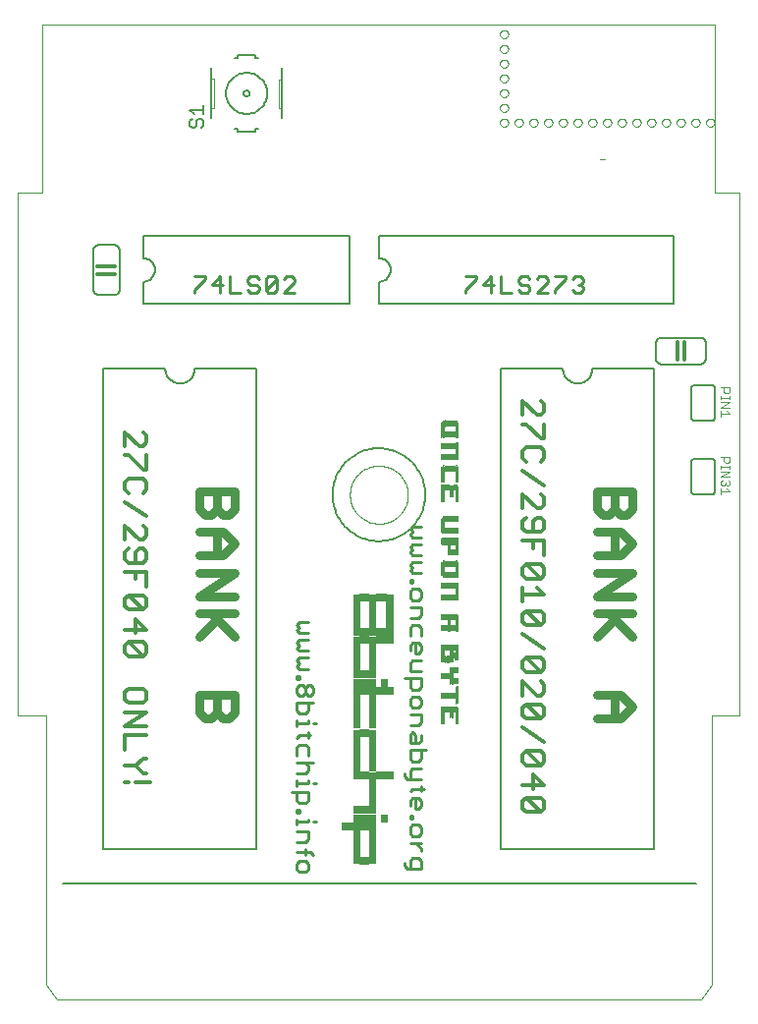
<source format=gto>
G75*
G70*
%OFA0B0*%
%FSLAX24Y24*%
%IPPOS*%
%LPD*%
%AMOC8*
5,1,8,0,0,1.08239X$1,22.5*
%
%ADD10C,0.0000*%
%ADD11C,0.0130*%
%ADD12C,0.0300*%
%ADD13C,0.0100*%
%ADD14R,0.0030X0.0510*%
%ADD15R,0.0030X0.0180*%
%ADD16R,0.0030X0.0570*%
%ADD17R,0.0030X0.0480*%
%ADD18R,0.0030X0.0450*%
%ADD19R,0.0030X0.0210*%
%ADD20R,0.0030X0.0540*%
%ADD21R,0.0030X0.0600*%
%ADD22R,0.0030X0.0240*%
%ADD23R,0.0030X0.0030*%
%ADD24R,0.0030X0.0420*%
%ADD25R,0.0030X0.0390*%
%ADD26R,0.0030X0.0330*%
%ADD27R,0.0030X0.0150*%
%ADD28R,0.0020X0.0240*%
%ADD29R,0.0020X0.1400*%
%ADD30R,0.0020X0.0260*%
%ADD31C,0.0050*%
%ADD32C,0.0060*%
%ADD33C,0.0120*%
%ADD34C,0.0040*%
%ADD35C,0.0020*%
D10*
X002232Y000500D02*
X001878Y001012D01*
X001878Y010146D01*
X000920Y010146D01*
X000920Y027862D01*
X001753Y027862D01*
X001753Y033571D01*
X024587Y033571D01*
X024587Y027862D01*
X025420Y027862D01*
X025420Y010146D01*
X024462Y010146D01*
X024462Y001012D01*
X024108Y000500D01*
X002232Y000500D01*
X012186Y017626D02*
X012188Y017688D01*
X012194Y017751D01*
X012204Y017812D01*
X012218Y017873D01*
X012235Y017933D01*
X012256Y017992D01*
X012282Y018049D01*
X012310Y018104D01*
X012342Y018158D01*
X012378Y018209D01*
X012416Y018259D01*
X012458Y018305D01*
X012502Y018349D01*
X012550Y018390D01*
X012599Y018428D01*
X012651Y018462D01*
X012705Y018493D01*
X012761Y018521D01*
X012819Y018545D01*
X012878Y018566D01*
X012938Y018582D01*
X012999Y018595D01*
X013061Y018604D01*
X013123Y018609D01*
X013186Y018610D01*
X013248Y018607D01*
X013310Y018600D01*
X013372Y018589D01*
X013432Y018574D01*
X013492Y018556D01*
X013550Y018534D01*
X013607Y018508D01*
X013662Y018478D01*
X013715Y018445D01*
X013766Y018409D01*
X013814Y018370D01*
X013860Y018327D01*
X013903Y018282D01*
X013943Y018234D01*
X013980Y018184D01*
X014014Y018131D01*
X014045Y018077D01*
X014071Y018021D01*
X014095Y017963D01*
X014114Y017903D01*
X014130Y017843D01*
X014142Y017781D01*
X014150Y017720D01*
X014154Y017657D01*
X014154Y017595D01*
X014150Y017532D01*
X014142Y017471D01*
X014130Y017409D01*
X014114Y017349D01*
X014095Y017289D01*
X014071Y017231D01*
X014045Y017175D01*
X014014Y017121D01*
X013980Y017068D01*
X013943Y017018D01*
X013903Y016970D01*
X013860Y016925D01*
X013814Y016882D01*
X013766Y016843D01*
X013715Y016807D01*
X013662Y016774D01*
X013607Y016744D01*
X013550Y016718D01*
X013492Y016696D01*
X013432Y016678D01*
X013372Y016663D01*
X013310Y016652D01*
X013248Y016645D01*
X013186Y016642D01*
X013123Y016643D01*
X013061Y016648D01*
X012999Y016657D01*
X012938Y016670D01*
X012878Y016686D01*
X012819Y016707D01*
X012761Y016731D01*
X012705Y016759D01*
X012651Y016790D01*
X012599Y016824D01*
X012550Y016862D01*
X012502Y016903D01*
X012458Y016947D01*
X012416Y016993D01*
X012378Y017043D01*
X012342Y017094D01*
X012310Y017148D01*
X012282Y017203D01*
X012256Y017260D01*
X012235Y017319D01*
X012218Y017379D01*
X012204Y017440D01*
X012194Y017501D01*
X012188Y017564D01*
X012186Y017626D01*
X020670Y029000D02*
X020673Y029003D01*
X020677Y029000D01*
X020677Y029010D01*
X020679Y029010D02*
X020683Y029010D01*
X020681Y029010D02*
X020681Y029000D01*
X020679Y029000D02*
X020683Y029000D01*
X020685Y029000D02*
X020685Y029010D01*
X020690Y029010D01*
X020692Y029008D01*
X020692Y029005D01*
X020690Y029003D01*
X020685Y029003D01*
X020689Y029003D02*
X020692Y029000D01*
X020695Y029000D02*
X020701Y029000D01*
X020704Y029000D02*
X020704Y029010D01*
X020709Y029010D01*
X020710Y029008D01*
X020710Y029005D01*
X020709Y029003D01*
X020704Y029003D01*
X020698Y029005D02*
X020695Y029005D01*
X020695Y029010D02*
X020695Y029000D01*
X020695Y029010D02*
X020701Y029010D01*
X020713Y029007D02*
X020716Y029010D01*
X020720Y029007D01*
X020720Y029000D01*
X020722Y029000D02*
X020727Y029000D01*
X020729Y029002D01*
X020729Y029008D01*
X020727Y029010D01*
X020722Y029010D01*
X020722Y029000D01*
X020720Y029005D02*
X020713Y029005D01*
X020713Y029007D02*
X020713Y029000D01*
X020731Y029002D02*
X020733Y029000D01*
X020736Y029000D01*
X020738Y029002D01*
X020738Y029003D01*
X020736Y029005D01*
X020733Y029005D01*
X020731Y029007D01*
X020731Y029008D01*
X020733Y029010D01*
X020736Y029010D01*
X020738Y029008D01*
X020741Y029010D02*
X020744Y029007D01*
X020747Y029010D01*
X020747Y029000D01*
X020750Y029000D02*
X020755Y029000D01*
X020756Y029002D01*
X020756Y029008D01*
X020755Y029010D01*
X020750Y029010D01*
X020750Y029000D01*
X020759Y029000D02*
X020766Y029007D01*
X020766Y029008D01*
X020764Y029010D01*
X020761Y029010D01*
X020759Y029008D01*
X020759Y029000D02*
X020766Y029000D01*
X020770Y029000D02*
X020772Y029000D01*
X020772Y029002D01*
X020770Y029002D01*
X020770Y029000D01*
X020772Y029000D02*
X020768Y028997D01*
X020774Y029002D02*
X020776Y029000D01*
X020779Y029000D01*
X020781Y029002D01*
X020781Y029005D01*
X020779Y029007D01*
X020778Y029007D01*
X020774Y029005D01*
X020774Y029010D01*
X020781Y029010D01*
X020784Y029005D02*
X020790Y029005D01*
X020793Y029005D02*
X020799Y029005D01*
X020802Y029005D02*
X020805Y029007D01*
X020807Y029007D01*
X020809Y029005D01*
X020809Y029002D01*
X020807Y029000D01*
X020804Y029000D01*
X020802Y029002D01*
X020802Y029005D02*
X020802Y029010D01*
X020809Y029010D01*
X020817Y029008D02*
X020819Y029010D01*
X020822Y029010D01*
X020824Y029008D01*
X020817Y029002D01*
X020819Y029000D01*
X020822Y029000D01*
X020824Y029002D01*
X020824Y029008D01*
X020827Y029007D02*
X020827Y029008D01*
X020828Y029010D01*
X020832Y029010D01*
X020833Y029008D01*
X020833Y029007D01*
X020832Y029005D01*
X020828Y029005D01*
X020827Y029007D01*
X020828Y029005D02*
X020827Y029003D01*
X020827Y029002D01*
X020828Y029000D01*
X020832Y029000D01*
X020833Y029002D01*
X020833Y029003D01*
X020832Y029005D01*
X020817Y029002D02*
X020817Y029008D01*
X020815Y029002D02*
X020813Y029002D01*
X020813Y029000D01*
X020815Y029000D01*
X020815Y029002D01*
X020815Y029000D02*
X020811Y028997D01*
X020789Y029000D02*
X020789Y029010D01*
X020784Y029005D01*
X020741Y029000D02*
X020741Y029010D01*
X020670Y029010D02*
X020670Y029000D01*
X020282Y030250D02*
X020284Y030273D01*
X020290Y030296D01*
X020300Y030317D01*
X020313Y030337D01*
X020329Y030354D01*
X020348Y030368D01*
X020369Y030378D01*
X020391Y030385D01*
X020414Y030388D01*
X020438Y030387D01*
X020460Y030382D01*
X020482Y030373D01*
X020502Y030361D01*
X020520Y030345D01*
X020534Y030327D01*
X020546Y030307D01*
X020554Y030285D01*
X020558Y030262D01*
X020558Y030238D01*
X020554Y030215D01*
X020546Y030193D01*
X020534Y030173D01*
X020520Y030155D01*
X020502Y030139D01*
X020482Y030127D01*
X020460Y030118D01*
X020438Y030113D01*
X020414Y030112D01*
X020391Y030115D01*
X020369Y030122D01*
X020348Y030132D01*
X020329Y030146D01*
X020313Y030163D01*
X020300Y030183D01*
X020290Y030204D01*
X020284Y030227D01*
X020282Y030250D01*
X019782Y030250D02*
X019784Y030273D01*
X019790Y030296D01*
X019800Y030317D01*
X019813Y030337D01*
X019829Y030354D01*
X019848Y030368D01*
X019869Y030378D01*
X019891Y030385D01*
X019914Y030388D01*
X019938Y030387D01*
X019960Y030382D01*
X019982Y030373D01*
X020002Y030361D01*
X020020Y030345D01*
X020034Y030327D01*
X020046Y030307D01*
X020054Y030285D01*
X020058Y030262D01*
X020058Y030238D01*
X020054Y030215D01*
X020046Y030193D01*
X020034Y030173D01*
X020020Y030155D01*
X020002Y030139D01*
X019982Y030127D01*
X019960Y030118D01*
X019938Y030113D01*
X019914Y030112D01*
X019891Y030115D01*
X019869Y030122D01*
X019848Y030132D01*
X019829Y030146D01*
X019813Y030163D01*
X019800Y030183D01*
X019790Y030204D01*
X019784Y030227D01*
X019782Y030250D01*
X019282Y030250D02*
X019284Y030273D01*
X019290Y030296D01*
X019300Y030317D01*
X019313Y030337D01*
X019329Y030354D01*
X019348Y030368D01*
X019369Y030378D01*
X019391Y030385D01*
X019414Y030388D01*
X019438Y030387D01*
X019460Y030382D01*
X019482Y030373D01*
X019502Y030361D01*
X019520Y030345D01*
X019534Y030327D01*
X019546Y030307D01*
X019554Y030285D01*
X019558Y030262D01*
X019558Y030238D01*
X019554Y030215D01*
X019546Y030193D01*
X019534Y030173D01*
X019520Y030155D01*
X019502Y030139D01*
X019482Y030127D01*
X019460Y030118D01*
X019438Y030113D01*
X019414Y030112D01*
X019391Y030115D01*
X019369Y030122D01*
X019348Y030132D01*
X019329Y030146D01*
X019313Y030163D01*
X019300Y030183D01*
X019290Y030204D01*
X019284Y030227D01*
X019282Y030250D01*
X018782Y030250D02*
X018784Y030273D01*
X018790Y030296D01*
X018800Y030317D01*
X018813Y030337D01*
X018829Y030354D01*
X018848Y030368D01*
X018869Y030378D01*
X018891Y030385D01*
X018914Y030388D01*
X018938Y030387D01*
X018960Y030382D01*
X018982Y030373D01*
X019002Y030361D01*
X019020Y030345D01*
X019034Y030327D01*
X019046Y030307D01*
X019054Y030285D01*
X019058Y030262D01*
X019058Y030238D01*
X019054Y030215D01*
X019046Y030193D01*
X019034Y030173D01*
X019020Y030155D01*
X019002Y030139D01*
X018982Y030127D01*
X018960Y030118D01*
X018938Y030113D01*
X018914Y030112D01*
X018891Y030115D01*
X018869Y030122D01*
X018848Y030132D01*
X018829Y030146D01*
X018813Y030163D01*
X018800Y030183D01*
X018790Y030204D01*
X018784Y030227D01*
X018782Y030250D01*
X018282Y030250D02*
X018284Y030273D01*
X018290Y030296D01*
X018300Y030317D01*
X018313Y030337D01*
X018329Y030354D01*
X018348Y030368D01*
X018369Y030378D01*
X018391Y030385D01*
X018414Y030388D01*
X018438Y030387D01*
X018460Y030382D01*
X018482Y030373D01*
X018502Y030361D01*
X018520Y030345D01*
X018534Y030327D01*
X018546Y030307D01*
X018554Y030285D01*
X018558Y030262D01*
X018558Y030238D01*
X018554Y030215D01*
X018546Y030193D01*
X018534Y030173D01*
X018520Y030155D01*
X018502Y030139D01*
X018482Y030127D01*
X018460Y030118D01*
X018438Y030113D01*
X018414Y030112D01*
X018391Y030115D01*
X018369Y030122D01*
X018348Y030132D01*
X018329Y030146D01*
X018313Y030163D01*
X018300Y030183D01*
X018290Y030204D01*
X018284Y030227D01*
X018282Y030250D01*
X017782Y030250D02*
X017784Y030273D01*
X017790Y030296D01*
X017800Y030317D01*
X017813Y030337D01*
X017829Y030354D01*
X017848Y030368D01*
X017869Y030378D01*
X017891Y030385D01*
X017914Y030388D01*
X017938Y030387D01*
X017960Y030382D01*
X017982Y030373D01*
X018002Y030361D01*
X018020Y030345D01*
X018034Y030327D01*
X018046Y030307D01*
X018054Y030285D01*
X018058Y030262D01*
X018058Y030238D01*
X018054Y030215D01*
X018046Y030193D01*
X018034Y030173D01*
X018020Y030155D01*
X018002Y030139D01*
X017982Y030127D01*
X017960Y030118D01*
X017938Y030113D01*
X017914Y030112D01*
X017891Y030115D01*
X017869Y030122D01*
X017848Y030132D01*
X017829Y030146D01*
X017813Y030163D01*
X017800Y030183D01*
X017790Y030204D01*
X017784Y030227D01*
X017782Y030250D01*
X017282Y030250D02*
X017284Y030273D01*
X017290Y030296D01*
X017300Y030317D01*
X017313Y030337D01*
X017329Y030354D01*
X017348Y030368D01*
X017369Y030378D01*
X017391Y030385D01*
X017414Y030388D01*
X017438Y030387D01*
X017460Y030382D01*
X017482Y030373D01*
X017502Y030361D01*
X017520Y030345D01*
X017534Y030327D01*
X017546Y030307D01*
X017554Y030285D01*
X017558Y030262D01*
X017558Y030238D01*
X017554Y030215D01*
X017546Y030193D01*
X017534Y030173D01*
X017520Y030155D01*
X017502Y030139D01*
X017482Y030127D01*
X017460Y030118D01*
X017438Y030113D01*
X017414Y030112D01*
X017391Y030115D01*
X017369Y030122D01*
X017348Y030132D01*
X017329Y030146D01*
X017313Y030163D01*
X017300Y030183D01*
X017290Y030204D01*
X017284Y030227D01*
X017282Y030250D01*
X017282Y030750D02*
X017284Y030773D01*
X017290Y030796D01*
X017300Y030817D01*
X017313Y030837D01*
X017329Y030854D01*
X017348Y030868D01*
X017369Y030878D01*
X017391Y030885D01*
X017414Y030888D01*
X017438Y030887D01*
X017460Y030882D01*
X017482Y030873D01*
X017502Y030861D01*
X017520Y030845D01*
X017534Y030827D01*
X017546Y030807D01*
X017554Y030785D01*
X017558Y030762D01*
X017558Y030738D01*
X017554Y030715D01*
X017546Y030693D01*
X017534Y030673D01*
X017520Y030655D01*
X017502Y030639D01*
X017482Y030627D01*
X017460Y030618D01*
X017438Y030613D01*
X017414Y030612D01*
X017391Y030615D01*
X017369Y030622D01*
X017348Y030632D01*
X017329Y030646D01*
X017313Y030663D01*
X017300Y030683D01*
X017290Y030704D01*
X017284Y030727D01*
X017282Y030750D01*
X017282Y031250D02*
X017284Y031273D01*
X017290Y031296D01*
X017300Y031317D01*
X017313Y031337D01*
X017329Y031354D01*
X017348Y031368D01*
X017369Y031378D01*
X017391Y031385D01*
X017414Y031388D01*
X017438Y031387D01*
X017460Y031382D01*
X017482Y031373D01*
X017502Y031361D01*
X017520Y031345D01*
X017534Y031327D01*
X017546Y031307D01*
X017554Y031285D01*
X017558Y031262D01*
X017558Y031238D01*
X017554Y031215D01*
X017546Y031193D01*
X017534Y031173D01*
X017520Y031155D01*
X017502Y031139D01*
X017482Y031127D01*
X017460Y031118D01*
X017438Y031113D01*
X017414Y031112D01*
X017391Y031115D01*
X017369Y031122D01*
X017348Y031132D01*
X017329Y031146D01*
X017313Y031163D01*
X017300Y031183D01*
X017290Y031204D01*
X017284Y031227D01*
X017282Y031250D01*
X017282Y031750D02*
X017284Y031773D01*
X017290Y031796D01*
X017300Y031817D01*
X017313Y031837D01*
X017329Y031854D01*
X017348Y031868D01*
X017369Y031878D01*
X017391Y031885D01*
X017414Y031888D01*
X017438Y031887D01*
X017460Y031882D01*
X017482Y031873D01*
X017502Y031861D01*
X017520Y031845D01*
X017534Y031827D01*
X017546Y031807D01*
X017554Y031785D01*
X017558Y031762D01*
X017558Y031738D01*
X017554Y031715D01*
X017546Y031693D01*
X017534Y031673D01*
X017520Y031655D01*
X017502Y031639D01*
X017482Y031627D01*
X017460Y031618D01*
X017438Y031613D01*
X017414Y031612D01*
X017391Y031615D01*
X017369Y031622D01*
X017348Y031632D01*
X017329Y031646D01*
X017313Y031663D01*
X017300Y031683D01*
X017290Y031704D01*
X017284Y031727D01*
X017282Y031750D01*
X017282Y032250D02*
X017284Y032273D01*
X017290Y032296D01*
X017300Y032317D01*
X017313Y032337D01*
X017329Y032354D01*
X017348Y032368D01*
X017369Y032378D01*
X017391Y032385D01*
X017414Y032388D01*
X017438Y032387D01*
X017460Y032382D01*
X017482Y032373D01*
X017502Y032361D01*
X017520Y032345D01*
X017534Y032327D01*
X017546Y032307D01*
X017554Y032285D01*
X017558Y032262D01*
X017558Y032238D01*
X017554Y032215D01*
X017546Y032193D01*
X017534Y032173D01*
X017520Y032155D01*
X017502Y032139D01*
X017482Y032127D01*
X017460Y032118D01*
X017438Y032113D01*
X017414Y032112D01*
X017391Y032115D01*
X017369Y032122D01*
X017348Y032132D01*
X017329Y032146D01*
X017313Y032163D01*
X017300Y032183D01*
X017290Y032204D01*
X017284Y032227D01*
X017282Y032250D01*
X017282Y032750D02*
X017284Y032773D01*
X017290Y032796D01*
X017300Y032817D01*
X017313Y032837D01*
X017329Y032854D01*
X017348Y032868D01*
X017369Y032878D01*
X017391Y032885D01*
X017414Y032888D01*
X017438Y032887D01*
X017460Y032882D01*
X017482Y032873D01*
X017502Y032861D01*
X017520Y032845D01*
X017534Y032827D01*
X017546Y032807D01*
X017554Y032785D01*
X017558Y032762D01*
X017558Y032738D01*
X017554Y032715D01*
X017546Y032693D01*
X017534Y032673D01*
X017520Y032655D01*
X017502Y032639D01*
X017482Y032627D01*
X017460Y032618D01*
X017438Y032613D01*
X017414Y032612D01*
X017391Y032615D01*
X017369Y032622D01*
X017348Y032632D01*
X017329Y032646D01*
X017313Y032663D01*
X017300Y032683D01*
X017290Y032704D01*
X017284Y032727D01*
X017282Y032750D01*
X017282Y033250D02*
X017284Y033273D01*
X017290Y033296D01*
X017300Y033317D01*
X017313Y033337D01*
X017329Y033354D01*
X017348Y033368D01*
X017369Y033378D01*
X017391Y033385D01*
X017414Y033388D01*
X017438Y033387D01*
X017460Y033382D01*
X017482Y033373D01*
X017502Y033361D01*
X017520Y033345D01*
X017534Y033327D01*
X017546Y033307D01*
X017554Y033285D01*
X017558Y033262D01*
X017558Y033238D01*
X017554Y033215D01*
X017546Y033193D01*
X017534Y033173D01*
X017520Y033155D01*
X017502Y033139D01*
X017482Y033127D01*
X017460Y033118D01*
X017438Y033113D01*
X017414Y033112D01*
X017391Y033115D01*
X017369Y033122D01*
X017348Y033132D01*
X017329Y033146D01*
X017313Y033163D01*
X017300Y033183D01*
X017290Y033204D01*
X017284Y033227D01*
X017282Y033250D01*
X020782Y030250D02*
X020784Y030273D01*
X020790Y030296D01*
X020800Y030317D01*
X020813Y030337D01*
X020829Y030354D01*
X020848Y030368D01*
X020869Y030378D01*
X020891Y030385D01*
X020914Y030388D01*
X020938Y030387D01*
X020960Y030382D01*
X020982Y030373D01*
X021002Y030361D01*
X021020Y030345D01*
X021034Y030327D01*
X021046Y030307D01*
X021054Y030285D01*
X021058Y030262D01*
X021058Y030238D01*
X021054Y030215D01*
X021046Y030193D01*
X021034Y030173D01*
X021020Y030155D01*
X021002Y030139D01*
X020982Y030127D01*
X020960Y030118D01*
X020938Y030113D01*
X020914Y030112D01*
X020891Y030115D01*
X020869Y030122D01*
X020848Y030132D01*
X020829Y030146D01*
X020813Y030163D01*
X020800Y030183D01*
X020790Y030204D01*
X020784Y030227D01*
X020782Y030250D01*
X021282Y030250D02*
X021284Y030273D01*
X021290Y030296D01*
X021300Y030317D01*
X021313Y030337D01*
X021329Y030354D01*
X021348Y030368D01*
X021369Y030378D01*
X021391Y030385D01*
X021414Y030388D01*
X021438Y030387D01*
X021460Y030382D01*
X021482Y030373D01*
X021502Y030361D01*
X021520Y030345D01*
X021534Y030327D01*
X021546Y030307D01*
X021554Y030285D01*
X021558Y030262D01*
X021558Y030238D01*
X021554Y030215D01*
X021546Y030193D01*
X021534Y030173D01*
X021520Y030155D01*
X021502Y030139D01*
X021482Y030127D01*
X021460Y030118D01*
X021438Y030113D01*
X021414Y030112D01*
X021391Y030115D01*
X021369Y030122D01*
X021348Y030132D01*
X021329Y030146D01*
X021313Y030163D01*
X021300Y030183D01*
X021290Y030204D01*
X021284Y030227D01*
X021282Y030250D01*
X021782Y030250D02*
X021784Y030273D01*
X021790Y030296D01*
X021800Y030317D01*
X021813Y030337D01*
X021829Y030354D01*
X021848Y030368D01*
X021869Y030378D01*
X021891Y030385D01*
X021914Y030388D01*
X021938Y030387D01*
X021960Y030382D01*
X021982Y030373D01*
X022002Y030361D01*
X022020Y030345D01*
X022034Y030327D01*
X022046Y030307D01*
X022054Y030285D01*
X022058Y030262D01*
X022058Y030238D01*
X022054Y030215D01*
X022046Y030193D01*
X022034Y030173D01*
X022020Y030155D01*
X022002Y030139D01*
X021982Y030127D01*
X021960Y030118D01*
X021938Y030113D01*
X021914Y030112D01*
X021891Y030115D01*
X021869Y030122D01*
X021848Y030132D01*
X021829Y030146D01*
X021813Y030163D01*
X021800Y030183D01*
X021790Y030204D01*
X021784Y030227D01*
X021782Y030250D01*
X022282Y030250D02*
X022284Y030273D01*
X022290Y030296D01*
X022300Y030317D01*
X022313Y030337D01*
X022329Y030354D01*
X022348Y030368D01*
X022369Y030378D01*
X022391Y030385D01*
X022414Y030388D01*
X022438Y030387D01*
X022460Y030382D01*
X022482Y030373D01*
X022502Y030361D01*
X022520Y030345D01*
X022534Y030327D01*
X022546Y030307D01*
X022554Y030285D01*
X022558Y030262D01*
X022558Y030238D01*
X022554Y030215D01*
X022546Y030193D01*
X022534Y030173D01*
X022520Y030155D01*
X022502Y030139D01*
X022482Y030127D01*
X022460Y030118D01*
X022438Y030113D01*
X022414Y030112D01*
X022391Y030115D01*
X022369Y030122D01*
X022348Y030132D01*
X022329Y030146D01*
X022313Y030163D01*
X022300Y030183D01*
X022290Y030204D01*
X022284Y030227D01*
X022282Y030250D01*
X022782Y030250D02*
X022784Y030273D01*
X022790Y030296D01*
X022800Y030317D01*
X022813Y030337D01*
X022829Y030354D01*
X022848Y030368D01*
X022869Y030378D01*
X022891Y030385D01*
X022914Y030388D01*
X022938Y030387D01*
X022960Y030382D01*
X022982Y030373D01*
X023002Y030361D01*
X023020Y030345D01*
X023034Y030327D01*
X023046Y030307D01*
X023054Y030285D01*
X023058Y030262D01*
X023058Y030238D01*
X023054Y030215D01*
X023046Y030193D01*
X023034Y030173D01*
X023020Y030155D01*
X023002Y030139D01*
X022982Y030127D01*
X022960Y030118D01*
X022938Y030113D01*
X022914Y030112D01*
X022891Y030115D01*
X022869Y030122D01*
X022848Y030132D01*
X022829Y030146D01*
X022813Y030163D01*
X022800Y030183D01*
X022790Y030204D01*
X022784Y030227D01*
X022782Y030250D01*
X023282Y030250D02*
X023284Y030273D01*
X023290Y030296D01*
X023300Y030317D01*
X023313Y030337D01*
X023329Y030354D01*
X023348Y030368D01*
X023369Y030378D01*
X023391Y030385D01*
X023414Y030388D01*
X023438Y030387D01*
X023460Y030382D01*
X023482Y030373D01*
X023502Y030361D01*
X023520Y030345D01*
X023534Y030327D01*
X023546Y030307D01*
X023554Y030285D01*
X023558Y030262D01*
X023558Y030238D01*
X023554Y030215D01*
X023546Y030193D01*
X023534Y030173D01*
X023520Y030155D01*
X023502Y030139D01*
X023482Y030127D01*
X023460Y030118D01*
X023438Y030113D01*
X023414Y030112D01*
X023391Y030115D01*
X023369Y030122D01*
X023348Y030132D01*
X023329Y030146D01*
X023313Y030163D01*
X023300Y030183D01*
X023290Y030204D01*
X023284Y030227D01*
X023282Y030250D01*
X023782Y030250D02*
X023784Y030273D01*
X023790Y030296D01*
X023800Y030317D01*
X023813Y030337D01*
X023829Y030354D01*
X023848Y030368D01*
X023869Y030378D01*
X023891Y030385D01*
X023914Y030388D01*
X023938Y030387D01*
X023960Y030382D01*
X023982Y030373D01*
X024002Y030361D01*
X024020Y030345D01*
X024034Y030327D01*
X024046Y030307D01*
X024054Y030285D01*
X024058Y030262D01*
X024058Y030238D01*
X024054Y030215D01*
X024046Y030193D01*
X024034Y030173D01*
X024020Y030155D01*
X024002Y030139D01*
X023982Y030127D01*
X023960Y030118D01*
X023938Y030113D01*
X023914Y030112D01*
X023891Y030115D01*
X023869Y030122D01*
X023848Y030132D01*
X023829Y030146D01*
X023813Y030163D01*
X023800Y030183D01*
X023790Y030204D01*
X023784Y030227D01*
X023782Y030250D01*
X024282Y030250D02*
X024284Y030273D01*
X024290Y030296D01*
X024300Y030317D01*
X024313Y030337D01*
X024329Y030354D01*
X024348Y030368D01*
X024369Y030378D01*
X024391Y030385D01*
X024414Y030388D01*
X024438Y030387D01*
X024460Y030382D01*
X024482Y030373D01*
X024502Y030361D01*
X024520Y030345D01*
X024534Y030327D01*
X024546Y030307D01*
X024554Y030285D01*
X024558Y030262D01*
X024558Y030238D01*
X024554Y030215D01*
X024546Y030193D01*
X024534Y030173D01*
X024520Y030155D01*
X024502Y030139D01*
X024482Y030127D01*
X024460Y030118D01*
X024438Y030113D01*
X024414Y030112D01*
X024391Y030115D01*
X024369Y030122D01*
X024348Y030132D01*
X024329Y030146D01*
X024313Y030163D01*
X024300Y030183D01*
X024290Y030204D01*
X024284Y030227D01*
X024282Y030250D01*
D11*
X018664Y020812D02*
X018786Y020690D01*
X018786Y020447D01*
X018664Y020325D01*
X018542Y020325D01*
X018055Y020812D01*
X018055Y020325D01*
X018055Y020020D02*
X018177Y020020D01*
X018664Y019533D01*
X018786Y019533D01*
X018786Y020020D01*
X018664Y019228D02*
X018177Y019228D01*
X018055Y019106D01*
X018055Y018863D01*
X018177Y018741D01*
X018055Y018436D02*
X018786Y017949D01*
X018664Y017644D02*
X018786Y017523D01*
X018786Y017279D01*
X018664Y017157D01*
X018542Y017157D01*
X018055Y017644D01*
X018055Y017157D01*
X018177Y016853D02*
X018055Y016731D01*
X018055Y016487D01*
X018177Y016365D01*
X018664Y016365D01*
X018786Y016487D01*
X018786Y016731D01*
X018664Y016853D01*
X018542Y016853D01*
X018420Y016731D01*
X018420Y016365D01*
X018420Y016061D02*
X018420Y015817D01*
X018055Y016061D02*
X018786Y016061D01*
X018786Y015574D01*
X018664Y015269D02*
X018786Y015147D01*
X018786Y014903D01*
X018664Y014782D01*
X018177Y015269D01*
X018055Y015147D01*
X018055Y014903D01*
X018177Y014782D01*
X018664Y014782D01*
X018542Y014477D02*
X018786Y014233D01*
X018055Y014233D01*
X018055Y013990D02*
X018055Y014477D01*
X018177Y015269D02*
X018664Y015269D01*
X018664Y013685D02*
X018177Y013685D01*
X018664Y013198D01*
X018177Y013198D01*
X018055Y013320D01*
X018055Y013563D01*
X018177Y013685D01*
X018664Y013685D02*
X018786Y013563D01*
X018786Y013320D01*
X018664Y013198D01*
X018055Y012893D02*
X018786Y012406D01*
X018664Y012101D02*
X018786Y011979D01*
X018786Y011736D01*
X018664Y011614D01*
X018177Y012101D01*
X018055Y011979D01*
X018055Y011736D01*
X018177Y011614D01*
X018664Y011614D01*
X018664Y011309D02*
X018786Y011188D01*
X018786Y010944D01*
X018664Y010822D01*
X018542Y010822D01*
X018055Y011309D01*
X018055Y010822D01*
X018177Y010518D02*
X018055Y010396D01*
X018055Y010152D01*
X018177Y010030D01*
X018664Y010030D01*
X018177Y010518D01*
X018664Y010518D01*
X018786Y010396D01*
X018786Y010152D01*
X018664Y010030D01*
X018055Y009726D02*
X018786Y009239D01*
X018664Y008934D02*
X018786Y008812D01*
X018786Y008568D01*
X018664Y008447D01*
X018177Y008934D01*
X018055Y008812D01*
X018055Y008568D01*
X018177Y008447D01*
X018664Y008447D01*
X018420Y008142D02*
X018420Y007655D01*
X018055Y007777D02*
X018786Y007777D01*
X018420Y008142D01*
X018177Y008934D02*
X018664Y008934D01*
X018664Y007350D02*
X018177Y007350D01*
X018664Y006863D01*
X018177Y006863D01*
X018055Y006985D01*
X018055Y007228D01*
X018177Y007350D01*
X018664Y007350D02*
X018786Y007228D01*
X018786Y006985D01*
X018664Y006863D01*
X018664Y012101D02*
X018177Y012101D01*
X018664Y018741D02*
X018786Y018863D01*
X018786Y019106D01*
X018664Y019228D01*
X005286Y019391D02*
X005286Y019634D01*
X005164Y019756D01*
X005286Y019391D02*
X005164Y019269D01*
X005042Y019269D01*
X004555Y019756D01*
X004555Y019269D01*
X004555Y018964D02*
X004677Y018964D01*
X005164Y018477D01*
X005286Y018477D01*
X005286Y018964D01*
X005164Y018172D02*
X004677Y018172D01*
X004555Y018051D01*
X004555Y017807D01*
X004677Y017685D01*
X004555Y017380D02*
X005286Y016893D01*
X005164Y016589D02*
X005286Y016467D01*
X005286Y016223D01*
X005164Y016101D01*
X005042Y016101D01*
X004555Y016589D01*
X004555Y016101D01*
X004677Y015797D02*
X004555Y015675D01*
X004555Y015431D01*
X004677Y015310D01*
X005164Y015310D01*
X005286Y015431D01*
X005286Y015675D01*
X005164Y015797D01*
X005042Y015797D01*
X004920Y015675D01*
X004920Y015310D01*
X004920Y015005D02*
X004920Y014761D01*
X004555Y015005D02*
X005286Y015005D01*
X005286Y014518D01*
X005164Y014213D02*
X005286Y014091D01*
X005286Y013848D01*
X005164Y013726D01*
X004677Y014213D01*
X004555Y014091D01*
X004555Y013848D01*
X004677Y013726D01*
X005164Y013726D01*
X004920Y013421D02*
X004920Y012934D01*
X004555Y013056D02*
X005286Y013056D01*
X004920Y013421D01*
X004677Y012629D02*
X005164Y012142D01*
X004677Y012142D01*
X004555Y012264D01*
X004555Y012507D01*
X004677Y012629D01*
X005164Y012629D01*
X005286Y012507D01*
X005286Y012264D01*
X005164Y012142D01*
X005164Y011045D02*
X004677Y011045D01*
X004555Y010924D01*
X004555Y010680D01*
X004677Y010558D01*
X005164Y010558D01*
X005286Y010680D01*
X005286Y010924D01*
X005164Y011045D01*
X005286Y010254D02*
X004555Y009766D01*
X005286Y009766D01*
X005286Y009462D02*
X004555Y009462D01*
X004555Y008975D01*
X004555Y008426D02*
X004920Y008426D01*
X005164Y008183D01*
X005286Y008183D01*
X005407Y007878D02*
X004920Y007878D01*
X004677Y007878D02*
X004555Y007878D01*
X004920Y008426D02*
X005164Y008670D01*
X005286Y008670D01*
X005286Y010254D02*
X004555Y010254D01*
X004677Y014213D02*
X005164Y014213D01*
X005164Y017685D02*
X005286Y017807D01*
X005286Y018051D01*
X005164Y018172D01*
D12*
X007070Y017744D02*
X007070Y017143D01*
X007270Y016943D01*
X007470Y016943D01*
X007671Y017143D01*
X007671Y017744D01*
X007671Y017143D02*
X007871Y016943D01*
X008071Y016943D01*
X008271Y017143D01*
X008271Y017744D01*
X007070Y017744D01*
X007070Y016362D02*
X007871Y016362D01*
X008271Y015962D01*
X007871Y015562D01*
X007070Y015562D01*
X007070Y014981D02*
X008271Y014981D01*
X007070Y014180D01*
X008271Y014180D01*
X008271Y013600D02*
X007070Y013600D01*
X007470Y013600D02*
X008271Y012799D01*
X007671Y013400D02*
X007070Y012799D01*
X007070Y010838D02*
X007070Y010237D01*
X007270Y010037D01*
X007470Y010037D01*
X007671Y010237D01*
X007671Y010838D01*
X008271Y010838D02*
X008271Y010237D01*
X008071Y010037D01*
X007871Y010037D01*
X007671Y010237D01*
X007070Y010838D02*
X008271Y010838D01*
X007671Y015562D02*
X007671Y016362D01*
X020570Y016362D02*
X021371Y016362D01*
X021771Y015962D01*
X021371Y015562D01*
X020570Y015562D01*
X020570Y014981D02*
X021771Y014981D01*
X020570Y014180D01*
X021771Y014180D01*
X021771Y013600D02*
X020570Y013600D01*
X020970Y013600D02*
X021771Y012799D01*
X021171Y013400D02*
X020570Y012799D01*
X020570Y010838D02*
X021371Y010838D01*
X021771Y010437D01*
X021371Y010037D01*
X020570Y010037D01*
X021171Y010037D02*
X021171Y010838D01*
X021171Y015562D02*
X021171Y016362D01*
X021371Y016943D02*
X021171Y017143D01*
X021171Y017744D01*
X021171Y017143D02*
X020970Y016943D01*
X020770Y016943D01*
X020570Y017143D01*
X020570Y017744D01*
X021771Y017744D01*
X021771Y017143D01*
X021571Y016943D01*
X021371Y016943D01*
D13*
X020020Y024470D02*
X019833Y024470D01*
X019739Y024563D01*
X019926Y024750D02*
X020020Y024750D01*
X020113Y024657D01*
X020113Y024563D01*
X020020Y024470D01*
X020020Y024750D02*
X020113Y024844D01*
X020113Y024937D01*
X020020Y025030D01*
X019833Y025030D01*
X019739Y024937D01*
X019505Y024937D02*
X019132Y024563D01*
X019132Y024470D01*
X018898Y024470D02*
X018524Y024470D01*
X018898Y024844D01*
X018898Y024937D01*
X018804Y025030D01*
X018617Y025030D01*
X018524Y024937D01*
X018290Y024937D02*
X018196Y025030D01*
X018010Y025030D01*
X017916Y024937D01*
X017916Y024844D01*
X018010Y024750D01*
X018196Y024750D01*
X018290Y024657D01*
X018290Y024563D01*
X018196Y024470D01*
X018010Y024470D01*
X017916Y024563D01*
X017682Y024470D02*
X017308Y024470D01*
X017308Y025030D01*
X016981Y025030D02*
X016981Y024470D01*
X017074Y024750D02*
X016701Y024750D01*
X016981Y025030D01*
X016467Y025030D02*
X016467Y024937D01*
X016093Y024563D01*
X016093Y024470D01*
X016093Y025030D02*
X016467Y025030D01*
X019132Y025030D02*
X019505Y025030D01*
X019505Y024937D01*
X014604Y016555D02*
X014323Y016555D01*
X014230Y016462D01*
X014323Y016368D01*
X014230Y016275D01*
X014323Y016182D01*
X014604Y016182D01*
X014604Y015948D02*
X014323Y015948D01*
X014230Y015854D01*
X014323Y015761D01*
X014230Y015667D01*
X014323Y015574D01*
X014604Y015574D01*
X014604Y015340D02*
X014323Y015340D01*
X014230Y015246D01*
X014323Y015153D01*
X014230Y015060D01*
X014323Y014966D01*
X014604Y014966D01*
X014323Y014732D02*
X014323Y014639D01*
X014230Y014639D01*
X014230Y014732D01*
X014323Y014732D01*
X014323Y014428D02*
X014230Y014335D01*
X014230Y014148D01*
X014323Y014055D01*
X014510Y014055D01*
X014604Y014148D01*
X014604Y014335D01*
X014510Y014428D01*
X014323Y014428D01*
X014230Y013821D02*
X014604Y013821D01*
X014604Y013540D01*
X014510Y013447D01*
X014230Y013447D01*
X014323Y013213D02*
X014230Y013119D01*
X014230Y012839D01*
X014323Y012605D02*
X014510Y012605D01*
X014604Y012512D01*
X014604Y012325D01*
X014510Y012231D01*
X014417Y012231D01*
X014417Y012605D01*
X014323Y012605D02*
X014230Y012512D01*
X014230Y012325D01*
X014323Y011997D02*
X014230Y011904D01*
X014230Y011624D01*
X014604Y011624D01*
X014604Y011390D02*
X014604Y011109D01*
X014510Y011016D01*
X014323Y011016D01*
X014230Y011109D01*
X014230Y011390D01*
X014043Y011390D02*
X014604Y011390D01*
X014604Y011997D02*
X014323Y011997D01*
X014604Y012839D02*
X014604Y013119D01*
X014510Y013213D01*
X014323Y013213D01*
X014323Y010782D02*
X014230Y010689D01*
X014230Y010502D01*
X014323Y010408D01*
X014510Y010408D01*
X014604Y010502D01*
X014604Y010689D01*
X014510Y010782D01*
X014323Y010782D01*
X014230Y010174D02*
X014604Y010174D01*
X014604Y009894D01*
X014510Y009801D01*
X014230Y009801D01*
X014323Y009566D02*
X014417Y009473D01*
X014417Y009193D01*
X014510Y009193D02*
X014230Y009193D01*
X014230Y009473D01*
X014323Y009566D01*
X014604Y009473D02*
X014604Y009286D01*
X014510Y009193D01*
X014604Y008959D02*
X014604Y008679D01*
X014510Y008585D01*
X014323Y008585D01*
X014230Y008679D01*
X014230Y008959D01*
X014790Y008959D01*
X014604Y008351D02*
X014323Y008351D01*
X014230Y008258D01*
X014230Y007977D01*
X014137Y007977D02*
X014043Y008071D01*
X014043Y008164D01*
X014137Y007977D02*
X014604Y007977D01*
X014604Y007743D02*
X014604Y007557D01*
X014697Y007650D02*
X014323Y007650D01*
X014230Y007557D01*
X014323Y007338D02*
X014510Y007338D01*
X014604Y007245D01*
X014604Y007058D01*
X014510Y006965D01*
X014417Y006965D01*
X014417Y007338D01*
X014323Y007338D02*
X014230Y007245D01*
X014230Y007058D01*
X014230Y006730D02*
X014230Y006637D01*
X014323Y006637D01*
X014323Y006730D01*
X014230Y006730D01*
X014323Y006427D02*
X014230Y006333D01*
X014230Y006146D01*
X014323Y006053D01*
X014510Y006053D01*
X014604Y006146D01*
X014604Y006333D01*
X014510Y006427D01*
X014323Y006427D01*
X014230Y005819D02*
X014604Y005819D01*
X014604Y005632D02*
X014604Y005539D01*
X014604Y005632D02*
X014417Y005819D01*
X014510Y005312D02*
X014323Y005312D01*
X014230Y005219D01*
X014230Y004939D01*
X014137Y004939D02*
X014604Y004939D01*
X014604Y005219D01*
X014510Y005312D01*
X014137Y004939D02*
X014043Y005032D01*
X014043Y005126D01*
X010950Y005421D02*
X010857Y005514D01*
X010390Y005514D01*
X010670Y005608D02*
X010670Y005421D01*
X010670Y005202D02*
X010483Y005202D01*
X010390Y005109D01*
X010390Y004922D01*
X010483Y004829D01*
X010670Y004829D01*
X010764Y004922D01*
X010764Y005109D01*
X010670Y005202D01*
X010670Y005842D02*
X010390Y005842D01*
X010670Y005842D02*
X010764Y005935D01*
X010764Y006215D01*
X010390Y006215D01*
X010390Y006434D02*
X010390Y006620D01*
X010390Y006527D02*
X010764Y006527D01*
X010764Y006620D01*
X010950Y006527D02*
X011044Y006527D01*
X010483Y006831D02*
X010390Y006831D01*
X010390Y006924D01*
X010483Y006924D01*
X010483Y006831D01*
X010483Y007158D02*
X010390Y007252D01*
X010390Y007532D01*
X010203Y007532D02*
X010764Y007532D01*
X010764Y007252D01*
X010670Y007158D01*
X010483Y007158D01*
X010390Y007750D02*
X010390Y007937D01*
X010390Y007844D02*
X010764Y007844D01*
X010764Y007937D01*
X010950Y007844D02*
X011044Y007844D01*
X010670Y008171D02*
X010390Y008171D01*
X010670Y008171D02*
X010764Y008265D01*
X010764Y008451D01*
X010670Y008545D01*
X010764Y008779D02*
X010764Y009059D01*
X010670Y009153D01*
X010483Y009153D01*
X010390Y009059D01*
X010390Y008779D01*
X010390Y008545D02*
X010950Y008545D01*
X010764Y009371D02*
X010764Y009558D01*
X010857Y009464D02*
X010483Y009464D01*
X010390Y009371D01*
X010390Y009776D02*
X010390Y009963D01*
X010390Y009869D02*
X010764Y009869D01*
X010764Y009963D01*
X010950Y009869D02*
X011044Y009869D01*
X010670Y010197D02*
X010764Y010290D01*
X010764Y010571D01*
X010950Y010571D02*
X010390Y010571D01*
X010390Y010290D01*
X010483Y010197D01*
X010670Y010197D01*
X010577Y010805D02*
X010483Y010805D01*
X010390Y010898D01*
X010390Y011085D01*
X010483Y011178D01*
X010577Y011178D01*
X010670Y011085D01*
X010670Y010898D01*
X010577Y010805D01*
X010670Y010898D02*
X010764Y010805D01*
X010857Y010805D01*
X010950Y010898D01*
X010950Y011085D01*
X010857Y011178D01*
X010764Y011178D01*
X010670Y011085D01*
X010483Y011389D02*
X010390Y011389D01*
X010390Y011482D01*
X010483Y011482D01*
X010483Y011389D01*
X010483Y011716D02*
X010764Y011716D01*
X010483Y011716D02*
X010390Y011810D01*
X010483Y011903D01*
X010390Y011996D01*
X010483Y012090D01*
X010764Y012090D01*
X010764Y012324D02*
X010483Y012324D01*
X010390Y012417D01*
X010483Y012511D01*
X010390Y012604D01*
X010483Y012698D01*
X010764Y012698D01*
X010764Y012932D02*
X010483Y012932D01*
X010390Y013025D01*
X010483Y013118D01*
X010390Y013212D01*
X010483Y013305D01*
X010764Y013305D01*
X010309Y024470D02*
X009935Y024470D01*
X010309Y024844D01*
X010309Y024937D01*
X010216Y025030D01*
X010029Y025030D01*
X009935Y024937D01*
X009701Y024937D02*
X009701Y024563D01*
X009608Y024470D01*
X009421Y024470D01*
X009328Y024563D01*
X009701Y024937D01*
X009608Y025030D01*
X009421Y025030D01*
X009328Y024937D01*
X009328Y024563D01*
X009094Y024563D02*
X009000Y024470D01*
X008813Y024470D01*
X008720Y024563D01*
X008813Y024750D02*
X009000Y024750D01*
X009094Y024657D01*
X009094Y024563D01*
X008813Y024750D02*
X008720Y024844D01*
X008720Y024937D01*
X008813Y025030D01*
X009000Y025030D01*
X009094Y024937D01*
X008486Y024470D02*
X008112Y024470D01*
X008112Y025030D01*
X007785Y025030D02*
X007785Y024470D01*
X007878Y024750D02*
X007505Y024750D01*
X007785Y025030D01*
X007270Y025030D02*
X007270Y024937D01*
X006897Y024563D01*
X006897Y024470D01*
X006897Y025030D02*
X007270Y025030D01*
D14*
X015320Y019810D03*
X015860Y019810D03*
X015890Y019810D03*
X015320Y018310D03*
X015350Y016570D03*
X015860Y015070D03*
X015890Y015070D03*
X015890Y012280D03*
X015860Y012280D03*
X015830Y012280D03*
X015800Y012280D03*
X015890Y010120D03*
D15*
X015320Y011485D03*
X015320Y013105D03*
X015320Y016045D03*
X015320Y018895D03*
X015320Y019285D03*
D16*
X015380Y019840D03*
X015800Y019090D03*
X015830Y019090D03*
X015860Y019090D03*
X015890Y019090D03*
X015320Y017680D03*
X015380Y016600D03*
X015380Y015100D03*
X015410Y015100D03*
X015800Y015100D03*
X015830Y015100D03*
X015320Y012250D03*
X015800Y010810D03*
X015800Y010150D03*
X015830Y010150D03*
X015410Y010150D03*
X015380Y010150D03*
X015350Y010150D03*
X015320Y010150D03*
D17*
X015860Y013225D03*
X015320Y016585D03*
D18*
X015320Y015100D03*
X015350Y015100D03*
X015860Y010090D03*
D19*
X015770Y010330D03*
X015740Y010330D03*
X015590Y010330D03*
X015560Y010330D03*
X015530Y010330D03*
X015500Y010330D03*
X015470Y010330D03*
X015440Y010330D03*
X015440Y010810D03*
X015410Y010810D03*
X015380Y010810D03*
X015350Y010810D03*
X015320Y010810D03*
X015470Y010810D03*
X015500Y010810D03*
X015530Y010810D03*
X015560Y010810D03*
X015590Y010810D03*
X015620Y010810D03*
X015650Y010810D03*
X015680Y010810D03*
X015710Y010810D03*
X015740Y010810D03*
X015770Y010810D03*
X015770Y011290D03*
X015800Y011290D03*
X015830Y011290D03*
X015890Y011290D03*
X015740Y011290D03*
X015590Y011470D03*
X015560Y011470D03*
X015530Y011470D03*
X015500Y011470D03*
X015470Y011470D03*
X015440Y011470D03*
X015410Y011470D03*
X015380Y011470D03*
X015350Y011470D03*
X015740Y011680D03*
X015770Y011680D03*
X015800Y011680D03*
X015830Y011680D03*
X015860Y011680D03*
X015890Y011680D03*
X015590Y012040D03*
X015470Y012040D03*
X015740Y012160D03*
X015740Y012430D03*
X015770Y012430D03*
X015590Y012430D03*
X015560Y012430D03*
X015530Y012430D03*
X015500Y012430D03*
X015470Y012430D03*
X015440Y012430D03*
X015440Y013090D03*
X015410Y013090D03*
X015380Y013090D03*
X015350Y013090D03*
X015470Y013090D03*
X015500Y013090D03*
X015650Y013090D03*
X015680Y013090D03*
X015710Y013090D03*
X015740Y013090D03*
X015770Y013090D03*
X015770Y013480D03*
X015740Y013480D03*
X015710Y013480D03*
X015680Y013480D03*
X015650Y013480D03*
X015500Y013480D03*
X015470Y013480D03*
X015440Y013480D03*
X015410Y013480D03*
X015380Y013480D03*
X015350Y013480D03*
X015320Y013480D03*
X015320Y014140D03*
X015350Y014140D03*
X015380Y014140D03*
X015410Y014140D03*
X015440Y014140D03*
X015470Y014140D03*
X015500Y014140D03*
X015530Y014140D03*
X015560Y014140D03*
X015590Y014140D03*
X015620Y014140D03*
X015650Y014140D03*
X015680Y014140D03*
X015710Y014140D03*
X015740Y014140D03*
X015770Y014140D03*
X015770Y014530D03*
X015740Y014530D03*
X015710Y014530D03*
X015680Y014530D03*
X015650Y014530D03*
X015620Y014530D03*
X015590Y014530D03*
X015560Y014530D03*
X015530Y014530D03*
X015500Y014530D03*
X015470Y014530D03*
X015440Y014530D03*
X015410Y014530D03*
X015380Y014530D03*
X015350Y014530D03*
X015320Y014530D03*
X015440Y014920D03*
X015470Y014920D03*
X015500Y014920D03*
X015530Y014920D03*
X015560Y014920D03*
X015590Y014920D03*
X015620Y014920D03*
X015650Y014920D03*
X015680Y014920D03*
X015710Y014920D03*
X015740Y014920D03*
X015770Y014920D03*
X015770Y015280D03*
X015740Y015280D03*
X015710Y015280D03*
X015680Y015280D03*
X015650Y015280D03*
X015620Y015280D03*
X015590Y015280D03*
X015560Y015280D03*
X015530Y015280D03*
X015500Y015280D03*
X015470Y015280D03*
X015440Y015280D03*
X015650Y015670D03*
X015680Y015670D03*
X015710Y015670D03*
X015740Y015670D03*
X015770Y015670D03*
X015770Y016420D03*
X015800Y016420D03*
X015830Y016420D03*
X015860Y016420D03*
X015890Y016420D03*
X015740Y016420D03*
X015710Y016420D03*
X015680Y016420D03*
X015650Y016420D03*
X015620Y016420D03*
X015590Y016420D03*
X015560Y016420D03*
X015530Y016420D03*
X015500Y016420D03*
X015470Y016420D03*
X015440Y016420D03*
X015440Y016810D03*
X015470Y016810D03*
X015500Y016810D03*
X015530Y016810D03*
X015560Y016810D03*
X015590Y016810D03*
X015620Y016810D03*
X015650Y016810D03*
X015680Y016810D03*
X015710Y016810D03*
X015740Y016810D03*
X015770Y016810D03*
X015800Y016810D03*
X015830Y016810D03*
X015860Y016810D03*
X015890Y016810D03*
X015770Y017860D03*
X015740Y017860D03*
X015590Y017860D03*
X015560Y017860D03*
X015530Y017860D03*
X015500Y017860D03*
X015470Y017860D03*
X015440Y017860D03*
X015440Y018520D03*
X015470Y018520D03*
X015500Y018520D03*
X015530Y018520D03*
X015560Y018520D03*
X015590Y018520D03*
X015620Y018520D03*
X015650Y018520D03*
X015680Y018520D03*
X015710Y018520D03*
X015740Y018520D03*
X015770Y018520D03*
X015770Y018910D03*
X015740Y018910D03*
X015710Y018910D03*
X015680Y018910D03*
X015650Y018910D03*
X015620Y018910D03*
X015590Y018910D03*
X015560Y018910D03*
X015530Y018910D03*
X015500Y018910D03*
X015470Y018910D03*
X015440Y018910D03*
X015410Y018910D03*
X015380Y018910D03*
X015350Y018910D03*
X015350Y019270D03*
X015380Y019270D03*
X015410Y019270D03*
X015440Y019270D03*
X015470Y019270D03*
X015500Y019270D03*
X015530Y019270D03*
X015560Y019270D03*
X015590Y019270D03*
X015620Y019270D03*
X015650Y019270D03*
X015680Y019270D03*
X015710Y019270D03*
X015740Y019270D03*
X015770Y019270D03*
X015770Y019660D03*
X015740Y019660D03*
X015710Y019660D03*
X015680Y019660D03*
X015650Y019660D03*
X015620Y019660D03*
X015590Y019660D03*
X015560Y019660D03*
X015530Y019660D03*
X015500Y019660D03*
X015470Y019660D03*
X015440Y019660D03*
X015470Y020050D03*
X015500Y020050D03*
X015530Y020050D03*
X015560Y020050D03*
X015590Y020050D03*
X015620Y020050D03*
X015650Y020050D03*
X015680Y020050D03*
X015710Y020050D03*
X015740Y020050D03*
X015770Y020050D03*
D20*
X015350Y019825D03*
X015350Y018295D03*
X015410Y018295D03*
X015800Y018295D03*
X015860Y018295D03*
X015890Y018295D03*
X015890Y017635D03*
X015860Y017635D03*
X015890Y013255D03*
X015650Y011515D03*
D21*
X015680Y011485D03*
X015710Y011485D03*
X015620Y011485D03*
X015830Y010825D03*
X015860Y010825D03*
X015890Y010825D03*
X015710Y012235D03*
X015680Y012235D03*
X015650Y012235D03*
X015620Y012235D03*
X015410Y012235D03*
X015380Y012235D03*
X015350Y012235D03*
X015530Y013285D03*
X015560Y013285D03*
X015590Y013285D03*
X015620Y013285D03*
X015800Y013285D03*
X015830Y013285D03*
X015830Y014335D03*
X015860Y014335D03*
X015890Y014335D03*
X015800Y014335D03*
X015800Y015865D03*
X015830Y015865D03*
X015860Y015865D03*
X015890Y015865D03*
X015620Y015865D03*
X015590Y015865D03*
X015560Y015865D03*
X015530Y015865D03*
X015410Y016615D03*
X015410Y017665D03*
X015380Y017665D03*
X015350Y017665D03*
X015800Y017665D03*
X015830Y017665D03*
X015830Y018325D03*
X015380Y018325D03*
X015410Y019855D03*
X015800Y019855D03*
X015830Y019855D03*
D22*
X015440Y020035D03*
X015440Y016045D03*
X015410Y016045D03*
X015380Y016045D03*
X015350Y016045D03*
X015470Y016045D03*
X015500Y016045D03*
X015650Y016045D03*
X015680Y016045D03*
X015710Y016045D03*
X015740Y016045D03*
X015770Y016045D03*
X015770Y012145D03*
X015560Y012055D03*
X015530Y012055D03*
X015500Y012055D03*
X015440Y012055D03*
D23*
X015650Y011200D03*
X015860Y011200D03*
X015860Y010360D03*
X015650Y010060D03*
X015860Y013510D03*
X015800Y018610D03*
X015410Y018610D03*
D24*
X015620Y017755D03*
X015650Y017755D03*
X015680Y017755D03*
X015710Y017755D03*
D25*
X015710Y010240D03*
X015680Y010240D03*
X015620Y010240D03*
D26*
X015650Y010270D03*
D27*
X015860Y011320D03*
D28*
X013670Y010970D03*
X013650Y010970D03*
X013630Y010970D03*
X013610Y010970D03*
X013590Y010970D03*
X013570Y010970D03*
X013550Y010970D03*
X013530Y010970D03*
X013510Y010970D03*
X013490Y010970D03*
X013470Y010970D03*
X013450Y010970D03*
X013430Y010970D03*
X013410Y010970D03*
X013390Y010970D03*
X013370Y010970D03*
X013350Y010970D03*
X013330Y010970D03*
X013310Y010970D03*
X013290Y010970D03*
X013270Y010970D03*
X013250Y010970D03*
X013230Y010970D03*
X013210Y010970D03*
X013190Y010970D03*
X013170Y010970D03*
X013150Y010970D03*
X013130Y010970D03*
X013110Y010970D03*
X012850Y010970D03*
X012830Y010970D03*
X012810Y010970D03*
X012790Y010970D03*
X012770Y010970D03*
X012750Y010970D03*
X012730Y010970D03*
X012710Y010970D03*
X012690Y010970D03*
X012670Y010970D03*
X012650Y010970D03*
X012630Y010970D03*
X012610Y010970D03*
X012590Y010970D03*
X012570Y010970D03*
X012550Y010970D03*
X012550Y011250D03*
X012570Y011250D03*
X012590Y011250D03*
X012610Y011250D03*
X012630Y011250D03*
X012650Y011250D03*
X012670Y011250D03*
X012690Y011250D03*
X012710Y011250D03*
X012730Y011250D03*
X012750Y011250D03*
X012770Y011250D03*
X012790Y011250D03*
X012810Y011250D03*
X012830Y011250D03*
X012850Y011250D03*
X012870Y011250D03*
X012890Y011250D03*
X012910Y011250D03*
X012930Y011250D03*
X012950Y011250D03*
X012970Y011250D03*
X012990Y011250D03*
X013010Y011250D03*
X013030Y011250D03*
X013050Y011250D03*
X013070Y011250D03*
X013090Y011250D03*
X013270Y011250D03*
X013290Y011250D03*
X013310Y011250D03*
X013330Y011250D03*
X013350Y011250D03*
X013370Y011250D03*
X013390Y011250D03*
X013410Y011250D03*
X013430Y011250D03*
X013450Y011250D03*
X013470Y011250D03*
X012530Y011250D03*
X012510Y011250D03*
X012490Y011250D03*
X012470Y011250D03*
X012450Y011250D03*
X012430Y011250D03*
X012410Y011250D03*
X012390Y011250D03*
X012370Y011250D03*
X012350Y011250D03*
X012330Y011250D03*
X012550Y012690D03*
X012570Y012690D03*
X012590Y012690D03*
X012610Y012690D03*
X012630Y012690D03*
X012650Y012690D03*
X012670Y012690D03*
X012690Y012690D03*
X012710Y012690D03*
X012730Y012690D03*
X012750Y012690D03*
X012770Y012690D03*
X012790Y012690D03*
X012810Y012690D03*
X012830Y012690D03*
X012850Y012690D03*
X013110Y012690D03*
X013130Y012690D03*
X013150Y012690D03*
X013170Y012690D03*
X013190Y012690D03*
X013210Y012690D03*
X013230Y012690D03*
X013250Y012690D03*
X013270Y012690D03*
X013290Y012690D03*
X013310Y012690D03*
X013330Y012690D03*
X013350Y012690D03*
X013370Y012690D03*
X013390Y012690D03*
X013410Y012690D03*
X013430Y012690D03*
X013450Y012690D03*
X013470Y012690D03*
X013490Y012690D03*
X013510Y012690D03*
X013530Y012690D03*
X013550Y012690D03*
X013570Y012690D03*
X013590Y012690D03*
X013610Y012690D03*
X013630Y012690D03*
X013650Y012690D03*
X013670Y012690D03*
X013430Y014130D03*
X013410Y014130D03*
X013390Y014130D03*
X013370Y014130D03*
X013350Y014130D03*
X013330Y014130D03*
X013310Y014130D03*
X013290Y014130D03*
X013270Y014130D03*
X013250Y014130D03*
X013230Y014130D03*
X013210Y014130D03*
X013190Y014130D03*
X013170Y014130D03*
X013150Y014130D03*
X013130Y014130D03*
X013110Y014130D03*
X012850Y014130D03*
X012830Y014130D03*
X012810Y014130D03*
X012790Y014130D03*
X012770Y014130D03*
X012750Y014130D03*
X012730Y014130D03*
X012710Y014130D03*
X012690Y014130D03*
X012670Y014130D03*
X012650Y014130D03*
X012630Y014130D03*
X012610Y014130D03*
X012590Y014130D03*
X012570Y014130D03*
X012550Y014130D03*
X012550Y009530D03*
X012570Y009530D03*
X012590Y009530D03*
X012610Y009530D03*
X012630Y009530D03*
X012650Y009530D03*
X012670Y009530D03*
X012690Y009530D03*
X012710Y009530D03*
X012730Y009530D03*
X012750Y009530D03*
X012770Y009530D03*
X012790Y009530D03*
X012810Y009530D03*
X012830Y009530D03*
X012850Y009530D03*
X012850Y008090D03*
X012830Y008090D03*
X012810Y008090D03*
X012790Y008090D03*
X012770Y008090D03*
X012750Y008090D03*
X012730Y008090D03*
X012710Y008090D03*
X012690Y008090D03*
X012670Y008090D03*
X012650Y008090D03*
X012630Y008090D03*
X012610Y008090D03*
X012590Y008090D03*
X012570Y008090D03*
X012550Y008090D03*
X012530Y008090D03*
X012510Y008090D03*
X012490Y008090D03*
X012470Y008090D03*
X012450Y008090D03*
X012430Y008090D03*
X012410Y008090D03*
X012390Y008090D03*
X012370Y008090D03*
X012350Y008090D03*
X012330Y008090D03*
X013110Y008090D03*
X013130Y008090D03*
X013150Y008090D03*
X013170Y008090D03*
X013190Y008090D03*
X013210Y008090D03*
X013230Y008090D03*
X013250Y008090D03*
X013270Y008090D03*
X013290Y008090D03*
X013310Y008090D03*
X013330Y008090D03*
X013350Y008090D03*
X013370Y008090D03*
X013390Y008090D03*
X013410Y008090D03*
X013430Y008090D03*
X013450Y008090D03*
X013470Y008090D03*
X013490Y008090D03*
X013510Y008090D03*
X013530Y008090D03*
X013550Y008090D03*
X013570Y008090D03*
X013590Y008090D03*
X013610Y008090D03*
X013630Y008090D03*
X013650Y008090D03*
X013670Y008090D03*
X013470Y006650D03*
X013450Y006650D03*
X013430Y006650D03*
X013410Y006650D03*
X013390Y006650D03*
X013370Y006650D03*
X013350Y006650D03*
X013330Y006650D03*
X013310Y006650D03*
X013290Y006650D03*
X013270Y006650D03*
X013090Y006650D03*
X013070Y006650D03*
X013050Y006650D03*
X013030Y006650D03*
X013010Y006650D03*
X012990Y006650D03*
X012970Y006650D03*
X012950Y006650D03*
X012930Y006650D03*
X012910Y006650D03*
X012890Y006650D03*
X012870Y006650D03*
X012850Y006650D03*
X012830Y006650D03*
X012810Y006650D03*
X012790Y006650D03*
X012770Y006650D03*
X012750Y006650D03*
X012730Y006650D03*
X012710Y006650D03*
X012690Y006650D03*
X012670Y006650D03*
X012650Y006650D03*
X012630Y006650D03*
X012610Y006650D03*
X012590Y006650D03*
X012570Y006650D03*
X012550Y006650D03*
X012530Y006650D03*
X012510Y006650D03*
X012490Y006650D03*
X012470Y006650D03*
X012450Y006650D03*
X012430Y006650D03*
X012410Y006650D03*
X012390Y006650D03*
X012370Y006650D03*
X012350Y006650D03*
X012330Y006650D03*
X012310Y006370D03*
X012290Y006370D03*
X012270Y006370D03*
X012250Y006370D03*
X012230Y006370D03*
X012210Y006370D03*
X012190Y006370D03*
X012170Y006370D03*
X012150Y006370D03*
X012130Y006370D03*
X012110Y006370D03*
X012090Y006370D03*
X012070Y006370D03*
X012050Y006370D03*
X012030Y006370D03*
X012010Y006370D03*
X011990Y006370D03*
X011970Y006370D03*
X011950Y006370D03*
X011930Y006370D03*
X012550Y006370D03*
X012570Y006370D03*
X012590Y006370D03*
X012610Y006370D03*
X012630Y006370D03*
X012650Y006370D03*
X012670Y006370D03*
X012690Y006370D03*
X012710Y006370D03*
X012730Y006370D03*
X012750Y006370D03*
X012770Y006370D03*
X012790Y006370D03*
X012810Y006370D03*
X012830Y006370D03*
X012850Y006370D03*
D29*
X012870Y005790D03*
X012890Y005790D03*
X012910Y005790D03*
X012930Y005790D03*
X012950Y005790D03*
X012970Y005790D03*
X012990Y005790D03*
X013010Y005790D03*
X013030Y005790D03*
X013050Y005790D03*
X013070Y005790D03*
X013090Y005790D03*
X012530Y005790D03*
X012510Y005790D03*
X012490Y005790D03*
X012470Y005790D03*
X012450Y005790D03*
X012430Y005790D03*
X012410Y005790D03*
X012390Y005790D03*
X012370Y005790D03*
X012350Y005790D03*
X012330Y005790D03*
X012870Y007510D03*
X012890Y007510D03*
X012910Y007510D03*
X012930Y007510D03*
X012950Y007510D03*
X012970Y007510D03*
X012990Y007510D03*
X013010Y007510D03*
X013030Y007510D03*
X013050Y007510D03*
X013070Y007510D03*
X013090Y007510D03*
X013090Y008950D03*
X013070Y008950D03*
X013050Y008950D03*
X013030Y008950D03*
X013010Y008950D03*
X012990Y008950D03*
X012970Y008950D03*
X012950Y008950D03*
X012930Y008950D03*
X012910Y008950D03*
X012890Y008950D03*
X012870Y008950D03*
X012530Y008950D03*
X012510Y008950D03*
X012490Y008950D03*
X012470Y008950D03*
X012450Y008950D03*
X012430Y008950D03*
X012410Y008950D03*
X012390Y008950D03*
X012370Y008950D03*
X012350Y008950D03*
X012330Y008950D03*
X012330Y010390D03*
X012350Y010390D03*
X012370Y010390D03*
X012390Y010390D03*
X012410Y010390D03*
X012430Y010390D03*
X012450Y010390D03*
X012470Y010390D03*
X012490Y010390D03*
X012510Y010390D03*
X012530Y010390D03*
X012870Y010390D03*
X012890Y010390D03*
X012910Y010390D03*
X012930Y010390D03*
X012950Y010390D03*
X012970Y010390D03*
X012990Y010390D03*
X013010Y010390D03*
X013030Y010390D03*
X013050Y010390D03*
X013070Y010390D03*
X013090Y010390D03*
X013090Y012110D03*
X013070Y012110D03*
X013050Y012110D03*
X013030Y012110D03*
X013010Y012110D03*
X012990Y012110D03*
X012970Y012110D03*
X012950Y012110D03*
X012930Y012110D03*
X012910Y012110D03*
X012890Y012110D03*
X012870Y012110D03*
X012530Y012110D03*
X012510Y012110D03*
X012490Y012110D03*
X012470Y012110D03*
X012450Y012110D03*
X012430Y012110D03*
X012410Y012110D03*
X012390Y012110D03*
X012370Y012110D03*
X012350Y012110D03*
X012330Y012110D03*
X012330Y013550D03*
X012350Y013550D03*
X012370Y013550D03*
X012390Y013550D03*
X012410Y013550D03*
X012430Y013550D03*
X012450Y013550D03*
X012470Y013550D03*
X012490Y013550D03*
X012510Y013550D03*
X012530Y013550D03*
X012870Y013550D03*
X012890Y013550D03*
X012910Y013550D03*
X012930Y013550D03*
X012950Y013550D03*
X012970Y013550D03*
X012990Y013550D03*
X013010Y013550D03*
X013030Y013550D03*
X013050Y013550D03*
X013070Y013550D03*
X013090Y013550D03*
X013450Y013550D03*
X013470Y013550D03*
X013490Y013550D03*
X013510Y013550D03*
X013530Y013550D03*
X013550Y013550D03*
X013570Y013550D03*
X013590Y013550D03*
X013610Y013550D03*
X013630Y013550D03*
X013650Y013550D03*
X013670Y013550D03*
D30*
X013430Y012980D03*
X013410Y012980D03*
X013390Y012980D03*
X013370Y012980D03*
X013350Y012980D03*
X013330Y012980D03*
X013310Y012980D03*
X013290Y012980D03*
X013270Y012980D03*
X013250Y012980D03*
X013230Y012980D03*
X013210Y012980D03*
X013190Y012980D03*
X013170Y012980D03*
X013150Y012980D03*
X013130Y012980D03*
X013110Y012980D03*
X012850Y012980D03*
X012830Y012980D03*
X012810Y012980D03*
X012790Y012980D03*
X012770Y012980D03*
X012750Y012980D03*
X012730Y012980D03*
X012710Y012980D03*
X012690Y012980D03*
X012670Y012980D03*
X012650Y012980D03*
X012630Y012980D03*
X012610Y012980D03*
X012590Y012980D03*
X012570Y012980D03*
X012550Y012980D03*
X012550Y011540D03*
X012570Y011540D03*
X012590Y011540D03*
X012610Y011540D03*
X012630Y011540D03*
X012650Y011540D03*
X012670Y011540D03*
X012690Y011540D03*
X012710Y011540D03*
X012730Y011540D03*
X012750Y011540D03*
X012770Y011540D03*
X012790Y011540D03*
X012810Y011540D03*
X012830Y011540D03*
X012850Y011540D03*
X012850Y006940D03*
X012830Y006940D03*
X012810Y006940D03*
X012790Y006940D03*
X012770Y006940D03*
X012750Y006940D03*
X012730Y006940D03*
X012710Y006940D03*
X012690Y006940D03*
X012670Y006940D03*
X012650Y006940D03*
X012630Y006940D03*
X012610Y006940D03*
X012590Y006940D03*
X012570Y006940D03*
X012550Y006940D03*
X012530Y006940D03*
X012510Y006940D03*
X012490Y006940D03*
X012470Y006940D03*
X012450Y006940D03*
X012430Y006940D03*
X012410Y006940D03*
X012390Y006940D03*
X012370Y006940D03*
X012350Y006940D03*
X012330Y006940D03*
X012550Y005220D03*
X012570Y005220D03*
X012590Y005220D03*
X012610Y005220D03*
X012630Y005220D03*
X012650Y005220D03*
X012670Y005220D03*
X012690Y005220D03*
X012710Y005220D03*
X012730Y005220D03*
X012750Y005220D03*
X012770Y005220D03*
X012790Y005220D03*
X012810Y005220D03*
X012830Y005220D03*
X012850Y005220D03*
D31*
X011595Y017626D02*
X011597Y017705D01*
X011603Y017784D01*
X011613Y017863D01*
X011627Y017941D01*
X011644Y018018D01*
X011666Y018094D01*
X011691Y018169D01*
X011721Y018242D01*
X011753Y018314D01*
X011790Y018385D01*
X011830Y018453D01*
X011873Y018519D01*
X011919Y018583D01*
X011969Y018645D01*
X012022Y018704D01*
X012077Y018760D01*
X012136Y018814D01*
X012197Y018864D01*
X012260Y018912D01*
X012326Y018956D01*
X012394Y018997D01*
X012464Y019034D01*
X012535Y019068D01*
X012609Y019098D01*
X012683Y019124D01*
X012759Y019146D01*
X012836Y019165D01*
X012914Y019180D01*
X012992Y019191D01*
X013071Y019198D01*
X013150Y019201D01*
X013229Y019200D01*
X013308Y019195D01*
X013387Y019186D01*
X013465Y019173D01*
X013542Y019156D01*
X013619Y019136D01*
X013694Y019111D01*
X013768Y019083D01*
X013841Y019051D01*
X013911Y019016D01*
X013980Y018977D01*
X014047Y018934D01*
X014112Y018888D01*
X014174Y018840D01*
X014234Y018788D01*
X014291Y018733D01*
X014345Y018675D01*
X014396Y018615D01*
X014444Y018552D01*
X014489Y018487D01*
X014531Y018419D01*
X014569Y018350D01*
X014603Y018279D01*
X014634Y018206D01*
X014662Y018131D01*
X014685Y018056D01*
X014705Y017979D01*
X014721Y017902D01*
X014733Y017823D01*
X014741Y017745D01*
X014745Y017666D01*
X014745Y017586D01*
X014741Y017507D01*
X014733Y017429D01*
X014721Y017350D01*
X014705Y017273D01*
X014685Y017196D01*
X014662Y017121D01*
X014634Y017046D01*
X014603Y016973D01*
X014569Y016902D01*
X014531Y016833D01*
X014489Y016765D01*
X014444Y016700D01*
X014396Y016637D01*
X014345Y016577D01*
X014291Y016519D01*
X014234Y016464D01*
X014174Y016412D01*
X014112Y016364D01*
X014047Y016318D01*
X013980Y016275D01*
X013911Y016236D01*
X013841Y016201D01*
X013768Y016169D01*
X013694Y016141D01*
X013619Y016116D01*
X013542Y016096D01*
X013465Y016079D01*
X013387Y016066D01*
X013308Y016057D01*
X013229Y016052D01*
X013150Y016051D01*
X013071Y016054D01*
X012992Y016061D01*
X012914Y016072D01*
X012836Y016087D01*
X012759Y016106D01*
X012683Y016128D01*
X012609Y016154D01*
X012535Y016184D01*
X012464Y016218D01*
X012394Y016255D01*
X012326Y016296D01*
X012260Y016340D01*
X012197Y016388D01*
X012136Y016438D01*
X012077Y016492D01*
X012022Y016548D01*
X011969Y016607D01*
X011919Y016669D01*
X011873Y016733D01*
X011830Y016799D01*
X011790Y016867D01*
X011753Y016938D01*
X011721Y017010D01*
X011691Y017083D01*
X011666Y017158D01*
X011644Y017234D01*
X011627Y017311D01*
X011613Y017389D01*
X011603Y017468D01*
X011597Y017547D01*
X011595Y017626D01*
X007130Y030065D02*
X007205Y030140D01*
X007205Y030290D01*
X007130Y030365D01*
X007055Y030365D01*
X006980Y030290D01*
X006980Y030140D01*
X006905Y030065D01*
X006830Y030065D01*
X006755Y030140D01*
X006755Y030290D01*
X006830Y030365D01*
X006905Y030525D02*
X006755Y030676D01*
X007205Y030676D01*
X007205Y030826D02*
X007205Y030525D01*
X002424Y004435D02*
X023924Y004435D01*
D32*
X022520Y005600D02*
X022520Y021900D01*
X020420Y021900D01*
X020418Y021856D01*
X020412Y021813D01*
X020403Y021771D01*
X020390Y021729D01*
X020373Y021689D01*
X020353Y021650D01*
X020330Y021613D01*
X020303Y021579D01*
X020274Y021546D01*
X020241Y021517D01*
X020207Y021490D01*
X020170Y021467D01*
X020131Y021447D01*
X020091Y021430D01*
X020049Y021417D01*
X020007Y021408D01*
X019964Y021402D01*
X019920Y021400D01*
X019876Y021402D01*
X019833Y021408D01*
X019791Y021417D01*
X019749Y021430D01*
X019709Y021447D01*
X019670Y021467D01*
X019633Y021490D01*
X019599Y021517D01*
X019566Y021546D01*
X019537Y021579D01*
X019510Y021613D01*
X019487Y021650D01*
X019467Y021689D01*
X019450Y021729D01*
X019437Y021771D01*
X019428Y021813D01*
X019422Y021856D01*
X019420Y021900D01*
X017320Y021900D01*
X017320Y005600D01*
X022520Y005600D01*
X023880Y017640D02*
X024480Y017640D01*
X024497Y017642D01*
X024514Y017646D01*
X024530Y017653D01*
X024544Y017663D01*
X024557Y017676D01*
X024567Y017690D01*
X024574Y017706D01*
X024578Y017723D01*
X024580Y017740D01*
X024580Y018740D01*
X024578Y018757D01*
X024574Y018774D01*
X024567Y018790D01*
X024557Y018804D01*
X024544Y018817D01*
X024530Y018827D01*
X024514Y018834D01*
X024497Y018838D01*
X024480Y018840D01*
X023880Y018840D01*
X023863Y018838D01*
X023846Y018834D01*
X023830Y018827D01*
X023816Y018817D01*
X023803Y018804D01*
X023793Y018790D01*
X023786Y018774D01*
X023782Y018757D01*
X023780Y018740D01*
X023780Y017740D01*
X023782Y017723D01*
X023786Y017706D01*
X023793Y017690D01*
X023803Y017676D01*
X023816Y017663D01*
X023830Y017653D01*
X023846Y017646D01*
X023863Y017642D01*
X023880Y017640D01*
X023880Y020140D02*
X024480Y020140D01*
X024497Y020142D01*
X024514Y020146D01*
X024530Y020153D01*
X024544Y020163D01*
X024557Y020176D01*
X024567Y020190D01*
X024574Y020206D01*
X024578Y020223D01*
X024580Y020240D01*
X024580Y021240D01*
X024578Y021257D01*
X024574Y021274D01*
X024567Y021290D01*
X024557Y021304D01*
X024544Y021317D01*
X024530Y021327D01*
X024514Y021334D01*
X024497Y021338D01*
X024480Y021340D01*
X023880Y021340D01*
X023863Y021338D01*
X023846Y021334D01*
X023830Y021327D01*
X023816Y021317D01*
X023803Y021304D01*
X023793Y021290D01*
X023786Y021274D01*
X023782Y021257D01*
X023780Y021240D01*
X023780Y020240D01*
X023782Y020223D01*
X023786Y020206D01*
X023793Y020190D01*
X023803Y020176D01*
X023816Y020163D01*
X023830Y020153D01*
X023846Y020146D01*
X023863Y020142D01*
X023880Y020140D01*
X024070Y022050D02*
X022770Y022050D01*
X022744Y022052D01*
X022718Y022057D01*
X022693Y022065D01*
X022670Y022077D01*
X022648Y022091D01*
X022629Y022109D01*
X022611Y022128D01*
X022597Y022150D01*
X022585Y022173D01*
X022577Y022198D01*
X022572Y022224D01*
X022570Y022250D01*
X022570Y022750D01*
X022572Y022776D01*
X022577Y022802D01*
X022585Y022827D01*
X022597Y022850D01*
X022611Y022872D01*
X022629Y022891D01*
X022648Y022909D01*
X022670Y022923D01*
X022693Y022935D01*
X022718Y022943D01*
X022744Y022948D01*
X022770Y022950D01*
X024070Y022950D01*
X024096Y022948D01*
X024122Y022943D01*
X024147Y022935D01*
X024170Y022923D01*
X024192Y022909D01*
X024211Y022891D01*
X024229Y022872D01*
X024243Y022850D01*
X024255Y022827D01*
X024263Y022802D01*
X024268Y022776D01*
X024270Y022750D01*
X024270Y022250D01*
X024268Y022224D01*
X024263Y022198D01*
X024255Y022173D01*
X024243Y022150D01*
X024229Y022128D01*
X024211Y022109D01*
X024192Y022091D01*
X024170Y022077D01*
X024147Y022065D01*
X024122Y022057D01*
X024096Y022052D01*
X024070Y022050D01*
X023170Y024100D02*
X023170Y026400D01*
X013170Y026400D01*
X013170Y025650D01*
X013209Y025648D01*
X013248Y025642D01*
X013286Y025633D01*
X013323Y025620D01*
X013359Y025603D01*
X013392Y025583D01*
X013424Y025559D01*
X013453Y025533D01*
X013479Y025504D01*
X013503Y025472D01*
X013523Y025439D01*
X013540Y025403D01*
X013553Y025366D01*
X013562Y025328D01*
X013568Y025289D01*
X013570Y025250D01*
X013568Y025211D01*
X013562Y025172D01*
X013553Y025134D01*
X013540Y025097D01*
X013523Y025061D01*
X013503Y025028D01*
X013479Y024996D01*
X013453Y024967D01*
X013424Y024941D01*
X013392Y024917D01*
X013359Y024897D01*
X013323Y024880D01*
X013286Y024867D01*
X013248Y024858D01*
X013209Y024852D01*
X013170Y024850D01*
X013170Y024100D01*
X023170Y024100D01*
X012170Y024100D02*
X012170Y026400D01*
X005170Y026400D01*
X005170Y025650D01*
X005209Y025648D01*
X005248Y025642D01*
X005286Y025633D01*
X005323Y025620D01*
X005359Y025603D01*
X005392Y025583D01*
X005424Y025559D01*
X005453Y025533D01*
X005479Y025504D01*
X005503Y025472D01*
X005523Y025439D01*
X005540Y025403D01*
X005553Y025366D01*
X005562Y025328D01*
X005568Y025289D01*
X005570Y025250D01*
X005568Y025211D01*
X005562Y025172D01*
X005553Y025134D01*
X005540Y025097D01*
X005523Y025061D01*
X005503Y025028D01*
X005479Y024996D01*
X005453Y024967D01*
X005424Y024941D01*
X005392Y024917D01*
X005359Y024897D01*
X005323Y024880D01*
X005286Y024867D01*
X005248Y024858D01*
X005209Y024852D01*
X005170Y024850D01*
X005170Y024100D01*
X012170Y024100D01*
X009020Y021900D02*
X009020Y005600D01*
X003820Y005600D01*
X003820Y021900D01*
X005920Y021900D01*
X005922Y021856D01*
X005928Y021813D01*
X005937Y021771D01*
X005950Y021729D01*
X005967Y021689D01*
X005987Y021650D01*
X006010Y021613D01*
X006037Y021579D01*
X006066Y021546D01*
X006099Y021517D01*
X006133Y021490D01*
X006170Y021467D01*
X006209Y021447D01*
X006249Y021430D01*
X006291Y021417D01*
X006333Y021408D01*
X006376Y021402D01*
X006420Y021400D01*
X006464Y021402D01*
X006507Y021408D01*
X006549Y021417D01*
X006591Y021430D01*
X006631Y021447D01*
X006670Y021467D01*
X006707Y021490D01*
X006741Y021517D01*
X006774Y021546D01*
X006803Y021579D01*
X006830Y021613D01*
X006853Y021650D01*
X006873Y021689D01*
X006890Y021729D01*
X006903Y021771D01*
X006912Y021813D01*
X006918Y021856D01*
X006920Y021900D01*
X009020Y021900D01*
X004370Y024600D02*
X004370Y025900D01*
X004368Y025926D01*
X004363Y025952D01*
X004355Y025977D01*
X004343Y026000D01*
X004329Y026022D01*
X004311Y026041D01*
X004292Y026059D01*
X004270Y026073D01*
X004247Y026085D01*
X004222Y026093D01*
X004196Y026098D01*
X004170Y026100D01*
X003670Y026100D01*
X003644Y026098D01*
X003618Y026093D01*
X003593Y026085D01*
X003570Y026073D01*
X003548Y026059D01*
X003529Y026041D01*
X003511Y026022D01*
X003497Y026000D01*
X003485Y025977D01*
X003477Y025952D01*
X003472Y025926D01*
X003470Y025900D01*
X003470Y024600D01*
X003472Y024574D01*
X003477Y024548D01*
X003485Y024523D01*
X003497Y024500D01*
X003511Y024478D01*
X003529Y024459D01*
X003548Y024441D01*
X003570Y024427D01*
X003593Y024415D01*
X003618Y024407D01*
X003644Y024402D01*
X003670Y024400D01*
X004170Y024400D01*
X004196Y024402D01*
X004222Y024407D01*
X004247Y024415D01*
X004270Y024427D01*
X004292Y024441D01*
X004311Y024459D01*
X004329Y024478D01*
X004343Y024500D01*
X004355Y024523D01*
X004363Y024548D01*
X004368Y024574D01*
X004370Y024600D01*
X008380Y029940D02*
X008980Y029940D01*
X008980Y030040D01*
X009080Y030040D01*
X008380Y030040D02*
X008380Y029940D01*
X008380Y030040D02*
X008280Y030040D01*
X007480Y030390D02*
X007480Y030740D01*
X007480Y031740D01*
X007480Y032090D01*
X008280Y032440D02*
X008380Y032440D01*
X008380Y032540D01*
X008980Y032540D01*
X008980Y032440D01*
X009080Y032440D01*
X009880Y032090D02*
X009880Y031690D01*
X009880Y030740D01*
X009880Y030390D01*
X008580Y031240D02*
X008582Y031260D01*
X008588Y031278D01*
X008597Y031296D01*
X008609Y031311D01*
X008624Y031323D01*
X008642Y031332D01*
X008660Y031338D01*
X008680Y031340D01*
X008700Y031338D01*
X008718Y031332D01*
X008736Y031323D01*
X008751Y031311D01*
X008763Y031296D01*
X008772Y031278D01*
X008778Y031260D01*
X008780Y031240D01*
X008778Y031220D01*
X008772Y031202D01*
X008763Y031184D01*
X008751Y031169D01*
X008736Y031157D01*
X008718Y031148D01*
X008700Y031142D01*
X008680Y031140D01*
X008660Y031142D01*
X008642Y031148D01*
X008624Y031157D01*
X008609Y031169D01*
X008597Y031184D01*
X008588Y031202D01*
X008582Y031220D01*
X008580Y031240D01*
X007980Y031240D02*
X007982Y031292D01*
X007988Y031344D01*
X007998Y031396D01*
X008011Y031446D01*
X008028Y031496D01*
X008049Y031544D01*
X008074Y031590D01*
X008102Y031634D01*
X008133Y031676D01*
X008167Y031716D01*
X008204Y031753D01*
X008244Y031787D01*
X008286Y031818D01*
X008330Y031846D01*
X008376Y031871D01*
X008424Y031892D01*
X008474Y031909D01*
X008524Y031922D01*
X008576Y031932D01*
X008628Y031938D01*
X008680Y031940D01*
X008732Y031938D01*
X008784Y031932D01*
X008836Y031922D01*
X008886Y031909D01*
X008936Y031892D01*
X008984Y031871D01*
X009030Y031846D01*
X009074Y031818D01*
X009116Y031787D01*
X009156Y031753D01*
X009193Y031716D01*
X009227Y031676D01*
X009258Y031634D01*
X009286Y031590D01*
X009311Y031544D01*
X009332Y031496D01*
X009349Y031446D01*
X009362Y031396D01*
X009372Y031344D01*
X009378Y031292D01*
X009380Y031240D01*
X009378Y031188D01*
X009372Y031136D01*
X009362Y031084D01*
X009349Y031034D01*
X009332Y030984D01*
X009311Y030936D01*
X009286Y030890D01*
X009258Y030846D01*
X009227Y030804D01*
X009193Y030764D01*
X009156Y030727D01*
X009116Y030693D01*
X009074Y030662D01*
X009030Y030634D01*
X008984Y030609D01*
X008936Y030588D01*
X008886Y030571D01*
X008836Y030558D01*
X008784Y030548D01*
X008732Y030542D01*
X008680Y030540D01*
X008628Y030542D01*
X008576Y030548D01*
X008524Y030558D01*
X008474Y030571D01*
X008424Y030588D01*
X008376Y030609D01*
X008330Y030634D01*
X008286Y030662D01*
X008244Y030693D01*
X008204Y030727D01*
X008167Y030764D01*
X008133Y030804D01*
X008102Y030846D01*
X008074Y030890D01*
X008049Y030936D01*
X008028Y030984D01*
X008011Y031034D01*
X007998Y031084D01*
X007988Y031136D01*
X007982Y031188D01*
X007980Y031240D01*
D33*
X004220Y025370D02*
X003620Y025370D01*
X003620Y025120D02*
X004220Y025120D01*
X023300Y022800D02*
X023300Y022200D01*
X023550Y022200D02*
X023550Y022800D01*
D34*
X024790Y021260D02*
X025070Y021260D01*
X025070Y021120D01*
X025024Y021073D01*
X024930Y021073D01*
X024883Y021120D01*
X024883Y021260D01*
X024790Y020966D02*
X024790Y020872D01*
X024790Y020919D02*
X025070Y020919D01*
X025070Y020966D02*
X025070Y020872D01*
X025070Y020769D02*
X024790Y020582D01*
X025070Y020582D01*
X024977Y020474D02*
X025070Y020381D01*
X024790Y020381D01*
X024790Y020474D02*
X024790Y020288D01*
X024790Y020769D02*
X025070Y020769D01*
X025070Y018908D02*
X024790Y018908D01*
X024883Y018908D02*
X024883Y018767D01*
X024930Y018721D01*
X025024Y018721D01*
X025070Y018767D01*
X025070Y018908D01*
X025070Y018613D02*
X025070Y018519D01*
X025070Y018566D02*
X024790Y018566D01*
X024790Y018613D02*
X024790Y018519D01*
X024790Y018416D02*
X025070Y018416D01*
X024790Y018230D01*
X025070Y018230D01*
X025024Y018122D02*
X025070Y018075D01*
X025070Y017982D01*
X025024Y017935D01*
X024977Y017935D01*
X024930Y017982D01*
X024883Y017935D01*
X024837Y017935D01*
X024790Y017982D01*
X024790Y018075D01*
X024837Y018122D01*
X024930Y018028D02*
X024930Y017982D01*
X024977Y017827D02*
X025070Y017734D01*
X024790Y017734D01*
X024790Y017827D02*
X024790Y017640D01*
D35*
X009880Y030740D02*
X009780Y030740D01*
X009780Y031690D01*
X009880Y031690D01*
X007580Y031740D02*
X007580Y030740D01*
X007480Y030740D01*
X007480Y031740D02*
X007580Y031740D01*
M02*

</source>
